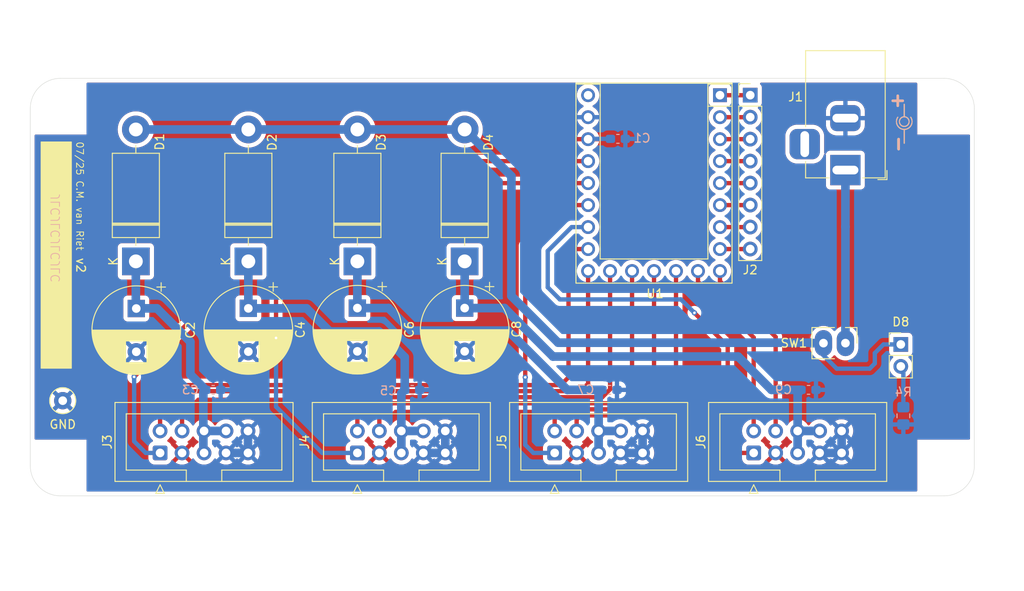
<source format=kicad_pcb>
(kicad_pcb (version 20240108) (generator "pcbnew") (generator_version "8.0")
  (layers (0 "F.Cu" signal) (31 "B.Cu" signal) (34 "B.Paste" user) (35 "F.Paste" user) (36 "B.SilkS" user "B.Silkscreen") (37 "F.SilkS" user "F.Silkscreen") (38 "B.Mask" user) (39 "F.Mask" user) (44 "Edge.Cuts" user))
  (net 0 "")
  (net 1 "GND")
  (net 2 "Net-(D1-K)")
  (net 3 "+12V")
  (net 4 "Net-(J2-Pin_1)")
  (net 5 "Net-(J2-Pin_3)")
  (net 6 "Net-(J2-Pin_2)")
  (net 7 "Net-(J2-Pin_4)")
  (net 8 "PUMP_CONTROL_A2")
  (net 9 "PUMP_CONTROL_A1")
  (net 10 "P_SENSOR_A")
  (net 11 "P_SENSOR_C")
  (net 12 "+3.3V")
  (net 13 "PUMP_CONTROL_D2")
  (net 14 "P_SENSOR_B")
  (net 15 "PUMP_CONTROL_B2")
  (net 16 "PUMP_CONTROL_C2")
  (net 17 "PUMP_CONTROL_C1")
  (net 18 "P_SENSOR_D")
  (net 19 "PUMP_CONTROL_B1")
  (net 20 "PUMP_CONTROL_D1")
  (net 21 "Net-(D2-K)")
  (net 22 "Net-(D3-K)")
  (net 23 "Net-(D4-K)")
  (net 24 "Net-(J2-Pin_7)")
  (net 25 "Net-(J2-Pin_5)")
  (net 26 "Net-(J2-Pin_6)")
  (net 27 "Net-(J2-Pin_8)")
  (net 28 "Net-(SW1-A)")
  (net 29 "unconnected-(U1-5V-Pad39)")
  (net 30 "Net-(D8-AK)")
  (footprint "MountingHole:MountingHole_3.2mm_M3_DIN965" (layer "F.Cu") (at 205.6 104.75 90)
    (property "Reference" "REF**" (hide yes))
    (property "Value" "MountingHole_3.2mm_M3_DIN965")
    (pad "" np_thru_hole circle (at 0 0 90) (size 3.2 3.2) (drill 3.2) (layers "*.Cu" "*.Mask"))
  )
  (footprint "Connector_IDC:IDC-Header_2x05_P2.54mm_Vertical" (layer "F.Cu") (at 183.6 144.54 90)
    (property "Reference" "J6" (at 1.27 -6.1 90) (layer "F.SilkS"))
    (property "Value" "Conn_01x10_Pin")
    (pad "1" thru_hole roundrect (at 0 0 90) (size 1.7 1.7) (drill 1) (layers "*.Cu" "*.Mask") (roundrect_rratio 0.1470588235) (net 18 "P_SENSOR_D"))
    (pad "2" thru_hole circle (at 2.54 0 90) (size 1.7 1.7) (drill 1) (layers "*.Cu" "*.Mask") (net 20 "PUMP_CONTROL_D1"))
    (pad "3" thru_hole circle (at 0 2.54 90) (size 1.7 1.7) (drill 1) (layers "*.Cu" "*.Mask") (net 12 "+3.3V"))
    (pad "4" thru_hole circle (at 2.54 2.54 90) (size 1.7 1.7) (drill 1) (layers "*.Cu" "*.Mask") (net 13 "PUMP_CONTROL_D2"))
    (pad "5" thru_hole circle (at 0 5.08 90) (size 1.7 1.7) (drill 1) (layers "*.Cu" "*.Mask") (net 23 "Net-(D4-K)"))
    (pad "6" thru_hole circle (at 2.54 5.08 90) (size 1.7 1.7) (drill 1) (layers "*.Cu" "*.Mask") (net 23 "Net-(D4-K)"))
    (pad "7" thru_hole circle (at 0 7.62 90) (size 1.7 1.7) (drill 1) (layers "*.Cu" "*.Mask") (net 1 "GND"))
    (pad "8" thru_hole circle (at 2.54 7.62 90) (size 1.7 1.7) (drill 1) (layers "*.Cu" "*.Mask") (net 23 "Net-(D4-K)"))
    (pad "9" thru_hole circle (at 0 10.16 90) (size 1.7 1.7) (drill 1) (layers "*.Cu" "*.Mask") (net 1 "GND"))
    (pad "10" thru_hole circle (at 2.54 10.16 90) (size 1.7 1.7) (drill 1) (layers "*.Cu" "*.Mask") (net 1 "GND"))
  )
  (footprint "TestPoint:TestPoint_Loop_D2.50mm_Drill1.0mm" (layer "F.Cu") (at 103.75 138.5)
    (property "Reference" "GND" (at 0 2.75 0) (layer "F.SilkS"))
    (property "Value" "GND")
    (pad "1" thru_hole circle (at 0 0) (size 2 2) (drill 1) (layers "*.Cu" "*.Mask") (net 1 "GND"))
  )
  (footprint "Connector_IDC:IDC-Header_2x05_P2.54mm_Vertical" (layer "F.Cu") (at 160.6 144.54 90)
    (property "Reference" "J5" (at 1.27 -6.1 90) (layer "F.SilkS"))
    (property "Value" "Conn_01x10_Pin")
    (pad "1" thru_hole roundrect (at 0 0 90) (size 1.7 1.7) (drill 1) (layers "*.Cu" "*.Mask") (roundrect_rratio 0.1470588235) (net 11 "P_SENSOR_C"))
    (pad "2" thru_hole circle (at 2.54 0 90) (size 1.7 1.7) (drill 1) (layers "*.Cu" "*.Mask") (net 17 "PUMP_CONTROL_C1"))
    (pad "3" thru_hole circle (at 0 2.54 90) (size 1.7 1.7) (drill 1) (layers "*.Cu" "*.Mask") (net 12 "+3.3V"))
    (pad "4" thru_hole circle (at 2.54 2.54 90) (size 1.7 1.7) (drill 1) (layers "*.Cu" "*.Mask") (net 16 "PUMP_CONTROL_C2"))
    (pad "5" thru_hole circle (at 0 5.08 90) (size 1.7 1.7) (drill 1) (layers "*.Cu" "*.Mask") (net 22 "Net-(D3-K)"))
    (pad "6" thru_hole circle (at 2.54 5.08 90) (size 1.7 1.7) (drill 1) (layers "*.Cu" "*.Mask") (net 22 "Net-(D3-K)"))
    (pad "7" thru_hole circle (at 0 7.62 90) (size 1.7 1.7) (drill 1) (layers "*.Cu" "*.Mask") (net 1 "GND"))
    (pad "8" thru_hole circle (at 2.54 7.62 90) (size 1.7 1.7) (drill 1) (layers "*.Cu" "*.Mask") (net 22 "Net-(D3-K)"))
    (pad "9" thru_hole circle (at 0 10.16 90) (size 1.7 1.7) (drill 1) (layers "*.Cu" "*.Mask") (net 1 "GND"))
    (pad "10" thru_hole circle (at 2.54 10.16 90) (size 1.7 1.7) (drill 1) (layers "*.Cu" "*.Mask") (net 1 "GND"))
  )
  (footprint "Capacitor_THT:CP_Radial_D10.0mm_P5.00mm" (layer "F.Cu") (at 137.8 127.8 -90)
    (property "Reference" "C6" (at 2.47 -6 90) (layer "F.SilkS"))
    (property "Value" "330uF")
    (pad "1" thru_hole rect (at 0 0 270) (size 2 2) (drill 1) (layers "*.Cu" "*.Mask") (net 22 "Net-(D3-K)"))
    (pad "2" thru_hole circle (at 5 0 270) (size 2 2) (drill 1) (layers "*.Cu" "*.Mask") (net 1 "GND"))
  )
  (footprint "Diode_THT:D_DO-201AD_P15.24mm_Horizontal" (layer "F.Cu") (at 112.2 122.4 90)
    (property "Reference" "D1" (at 13.8 2.75 90) (layer "F.SilkS"))
    (property "Value" "1N5822")
    (fp_text user "K" (at 0 -2.6 90) (layer "F.SilkS"))
    (pad "1" thru_hole rect (at 0 0 90) (size 3.2 3.2) (drill 1.6) (layers "*.Cu" "*.Mask") (net 2 "Net-(D1-K)"))
    (pad "2" thru_hole oval (at 15.24 0 90) (size 3.2 3.2) (drill 1.6) (layers "*.Cu" "*.Mask") (net 3 "+12V"))
  )
  (footprint "Connector_IDC:IDC-Header_2x05_P2.54mm_Vertical" (layer "F.Cu") (at 115 144.54 90)
    (property "Reference" "J3" (at 1.27 -6.1 90) (layer "F.SilkS"))
    (property "Value" "Conn_01x10_Pin")
    (pad "1" thru_hole roundrect (at 0 0 90) (size 1.7 1.7) (drill 1) (layers "*.Cu" "*.Mask") (roundrect_rratio 0.1470588235) (net 10 "P_SENSOR_A"))
    (pad "2" thru_hole circle (at 2.54 0 90) (size 1.7 1.7) (drill 1) (layers "*.Cu" "*.Mask") (net 9 "PUMP_CONTROL_A1"))
    (pad "3" thru_hole circle (at 0 2.54 90) (size 1.7 1.7) (drill 1) (layers "*.Cu" "*.Mask") (net 12 "+3.3V"))
    (pad "4" thru_hole circle (at 2.54 2.54 90) (size 1.7 1.7) (drill 1) (layers "*.Cu" "*.Mask") (net 8 "PUMP_CONTROL_A2"))
    (pad "5" thru_hole circle (at 0 5.08 90) (size 1.7 1.7) (drill 1) (layers "*.Cu" "*.Mask") (net 2 "Net-(D1-K)"))
    (pad "6" thru_hole circle (at 2.54 5.08 90) (size 1.7 1.7) (drill 1) (layers "*.Cu" "*.Mask") (net 2 "Net-(D1-K)"))
    (pad "7" thru_hole circle (at 0 7.62 90) (size 1.7 1.7) (drill 1) (layers "*.Cu" "*.Mask") (net 1 "GND"))
    (pad "8" thru_hole circle (at 2.54 7.62 90) (size 1.7 1.7) (drill 1) (layers "*.Cu" "*.Mask") (net 2 "Net-(D1-K)"))
    (pad "9" thru_hole circle (at 0 10.16 90) (size 1.7 1.7) (drill 1) (layers "*.Cu" "*.Mask") (net 1 "GND"))
    (pad "10" thru_hole circle (at 2.54 10.16 90) (size 1.7 1.7) (drill 1) (layers "*.Cu" "*.Mask") (net 1 "GND"))
  )
  (footprint "Capacitor_THT:CP_Radial_D10.0mm_P5.00mm" (layer "F.Cu") (at 150.2 127.8 -90)
    (property "Reference" "C8" (at 2.437677 -6 90) (layer "F.SilkS"))
    (property "Value" "330uF")
    (pad "1" thru_hole rect (at 0 0 270) (size 2 2) (drill 1) (layers "*.Cu" "*.Mask") (net 23 "Net-(D4-K)"))
    (pad "2" thru_hole circle (at 5 0 270) (size 2 2) (drill 1) (layers "*.Cu" "*.Mask") (net 1 "GND"))
  )
  (footprint "Connector_PinHeader_2.54mm:PinHeader_1x08_P2.54mm_Vertical" (layer "F.Cu") (at 183.2 103.195)
    (property "Reference" "J2" (at -0.0032 20.1918 0) (layer "F.SilkS"))
    (property "Value" "Conn_01x08_Socket")
    (pad "1" thru_hole rect (at 0 0) (size 1.7 1.7) (drill 1) (layers "*.Cu" "*.Mask") (net 4 "Net-(J2-Pin_1)"))
    (pad "2" thru_hole oval (at 0 2.54) (size 1.7 1.7) (drill 1) (layers "*.Cu" "*.Mask") (net 6 "Net-(J2-Pin_2)"))
    (pad "3" thru_hole oval (at 0 5.08) (size 1.7 1.7) (drill 1) (layers "*.Cu" "*.Mask") (net 5 "Net-(J2-Pin_3)"))
    (pad "4" thru_hole oval (at 0 7.62) (size 1.7 1.7) (drill 1) (layers "*.Cu" "*.Mask") (net 7 "Net-(J2-Pin_4)"))
    (pad "5" thru_hole oval (at 0 10.16) (size 1.7 1.7) (drill 1) (layers "*.Cu" "*.Mask") (net 25 "Net-(J2-Pin_5)"))
    (pad "6" thru_hole oval (at 0 12.7) (size 1.7 1.7) (drill 1) (layers "*.Cu" "*.Mask") (net 26 "Net-(J2-Pin_6)"))
    (pad "7" thru_hole oval (at 0 15.24) (size 1.7 1.7) (drill 1) (layers "*.Cu" "*.Mask") (net 24 "Net-(J2-Pin_7)"))
    (pad "8" thru_hole oval (at 0 17.78) (size 1.7 1.7) (drill 1) (layers "*.Cu" "*.Mask") (net 27 "Net-(J2-Pin_8)"))
  )
  (footprint "MountingHole:MountingHole_3.2mm_M3_DIN965" (layer "F.Cu") (at 205.6 146 90)
    (property "Reference" "REF**" (hide yes))
    (property "Value" "MountingHole_3.2mm_M3_DIN965")
    (pad "" np_thru_hole circle (at 0 0 90) (size 3.2 3.2) (drill 3.2) (layers "*.Cu" "*.Mask"))
  )
  (footprint "Connector_IDC:IDC-Header_2x05_P2.54mm_Vertical" (layer "F.Cu") (at 137.8 144.54 90)
    (property "Reference" "J4" (at 1.27 -6.1 90) (layer "F.SilkS"))
    (property "Value" "Conn_01x10_Pin")
    (pad "1" thru_hole roundrect (at 0 0 90) (size 1.7 1.7) (drill 1) (layers "*.Cu" "*.Mask") (roundrect_rratio 0.1470588235) (net 14 "P_SENSOR_B"))
    (pad "2" thru_hole circle (at 2.54 0 90) (size 1.7 1.7) (drill 1) (layers "*.Cu" "*.Mask") (net 19 "PUMP_CONTROL_B1"))
    (pad "3" thru_hole circle (at 0 2.54 90) (size 1.7 1.7) (drill 1) (layers "*.Cu" "*.Mask") (net 12 "+3.3V"))
    (pad "4" thru_hole circle (at 2.54 2.54 90) (size 1.7 1.7) (drill 1) (layers "*.Cu" "*.Mask") (net 15 "PUMP_CONTROL_B2"))
    (pad "5" thru_hole circle (at 0 5.08 90) (size 1.7 1.7) (drill 1) (layers "*.Cu" "*.Mask") (net 21 "Net-(D2-K)"))
    (pad "6" thru_hole circle (at 2.54 5.08 90) (size 1.7 1.7) (drill 1) (layers "*.Cu" "*.Mask") (net 21 "Net-(D2-K)"))
    (pad "7" thru_hole circle (at 0 7.62 90) (size 1.7 1.7) (drill 1) (layers "*.Cu" "*.Mask") (net 1 "GND"))
    (pad "8" thru_hole circle (at 2.54 7.62 90) (size 1.7 1.7) (drill 1) (layers "*.Cu" "*.Mask") (net 21 "Net-(D2-K)"))
    (pad "9" thru_hole circle (at 0 10.16 90) (size 1.7 1.7) (drill 1) (layers "*.Cu" "*.Mask") (net 1 "GND"))
    (pad "10" thru_hole circle (at 2.54 10.16 90) (size 1.7 1.7) (drill 1) (layers "*.Cu" "*.Mask") (net 1 "GND"))
  )
  (footprint "Diode_THT:D_DO-201AD_P15.24mm_Horizontal" (layer "F.Cu") (at 150.2 122.4 90)
    (property "Reference" "D4" (at 13.75 2.75 90) (layer "F.SilkS"))
    (property "Value" "1N5822")
    (fp_text user "K" (at 0 -2.6 90) (layer "F.SilkS"))
    (pad "1" thru_hole rect (at 0 0 90) (size 3.2 3.2) (drill 1.6) (layers "*.Cu" "*.Mask") (net 23 "Net-(D4-K)"))
    (pad "2" thru_hole oval (at 15.24 0 90) (size 3.2 3.2) (drill 1.6) (layers "*.Cu" "*.Mask") (net 3 "+12V"))
  )
  (footprint "MountingHole:MountingHole_3.2mm_M3_DIN965" (layer "F.Cu") (at 103.5 146 90)
    (property "Reference" "REF**" (hide yes))
    (property "Value" "MountingHole_3.2mm_M3_DIN965")
    (pad "" np_thru_hole circle (at 0 0 90) (size 3.2 3.2) (drill 3.2) (layers "*.Cu" "*.Mask"))
  )
  (footprint "Diode_THT:D_DO-201AD_P15.24mm_Horizontal" (layer "F.Cu") (at 137.8 122.4 90)
    (property "Reference" "D3" (at 13.75 2.75 90) (layer "F.SilkS"))
    (property "Value" "1N5822")
    (fp_text user "K" (at 0 -2.6 90) (layer "F.SilkS"))
    (pad "1" thru_hole rect (at 0 0 90) (size 3.2 3.2) (drill 1.6) (layers "*.Cu" "*.Mask") (net 22 "Net-(D3-K)"))
    (pad "2" thru_hole oval (at 15.24 0 90) (size 3.2 3.2) (drill 1.6) (layers "*.Cu" "*.Mask") (net 3 "+12V"))
  )
  (footprint "Library:Waveshare_RP2040_Zero" (layer "F.Cu") (at 172.0832 123.52)
    (property "Reference" "U1" (at 0.1168 2.6168 0) (layer "F.SilkS"))
    (property "Value" "Waveshare-RP2040-Zero")
    (pad "1" thru_hole rect (at 7.62 -20.32) (size 1.6 1.6) (drill 1) (layers "*.Cu" "*.Mask") (net 4 "Net-(J2-Pin_1)"))
    (pad "2" thru_hole oval (at 7.62 -17.78) (size 1.6 1.6) (drill 1) (layers "*.Cu" "*.Mask") (net 6 "Net-(J2-Pin_2)"))
    (pad "4" thru_hole oval (at 7.62 -15.24) (size 1.6 1.6) (drill 1) (layers "*.Cu" "*.Mask") (net 5 "Net-(J2-Pin_3)"))
    (pad "5" thru_hole oval (at 7.62 -12.7) (size 1.6 1.6) (drill 1) (layers "*.Cu" "*.Mask") (net 7 "Net-(J2-Pin_4)"))
    (pad "6" thru_hole oval (at 7.62 -10.16) (size 1.6 1.6) (drill 1) (layers "*.Cu" "*.Mask") (net 25 "Net-(J2-Pin_5)"))
    (pad "7" thru_hole oval (at 7.62 -7.62) (size 1.6 1.6) (drill 1) (layers "*.Cu" "*.Mask") (net 26 "Net-(J2-Pin_6)"))
    (pad "9" thru_hole oval (at 7.62 -5.08) (size 1.6 1.6) (drill 1) (layers "*.Cu" "*.Mask") (net 24 "Net-(J2-Pin_7)"))
    (pad "10" thru_hole oval (at 7.62 -2.54) (size 1.6 1.6) (drill 1) (layers "*.Cu" "*.Mask") (net 27 "Net-(J2-Pin_8)"))
    (pad "11" thru_hole oval (at 7.62 0) (size 1.6 1.6) (drill 1) (layers "*.Cu" "*.Mask") (net 13 "PUMP_CONTROL_D2"))
    (pad "12" thru_hole oval (at 5.08 0 90) (size 1.6 1.6) (drill 1) (layers "*.Cu" "*.Mask") (net 20 "PUMP_CONTROL_D1"))
    (pad "14" thru_hole oval (at 2.54 0 90) (size 1.6 1.6) (drill 1) (layers "*.Cu" "*.Mask") (net 16 "PUMP_CONTROL_C2"))
    (pad "15" thru_hole oval (at 0 0 90) (size 1.6 1.6) (drill 1) (layers "*.Cu" "*.Mask") (net 17 "PUMP_CONTROL_C1"))
    (pad "16" thru_hole oval (at -2.54 0 90) (size 1.6 1.6) (drill 1) (layers "*.Cu" "*.Mask") (net 15 "PUMP_CONTROL_B2"))
    (pad "17" thru_hole oval (at -5.08 0 90) (size 1.6 1.6) (drill 1) (layers "*.Cu" "*.Mask") (net 19 "PUMP_CONTROL_B1"))
    (pad "19" thru_hole oval (at -7.62 0) (size 1.6 1.6) (drill 1) (layers "*.Cu" "*.Mask") (net 8 "PUMP_CONTROL_A2"))
    (pad "20" thru_hole oval (at -7.62 -2.54) (size 1.6 1.6) (drill 1) (layers "*.Cu" "*.Mask") (net 9 "PUMP_CONTROL_A1"))
    (pad "31" thru_hole oval (at -7.62 -5.08) (size 1.6 1.6) (drill 1) (layers "*.Cu" "*.Mask") (net 18 "P_SENSOR_D"))
    (pad "32" thru_hole oval (at -7.62 -7.62) (size 1.6 1.6) (drill 1) (layers "*.Cu" "*.Mask") (net 11 "P_SENSOR_C"))
    (pad "34" thru_hole oval (at -7.62 -10.16) (size 1.6 1.6) (drill 1) (layers "*.Cu" "*.Mask") (net 14 "P_SENSOR_B"))
    (pad "35" thru_hole oval (at -7.62 -12.7) (size 1.6 1.6) (drill 1) (layers "*.Cu" "*.Mask") (net 10 "P_SENSOR_A"))
    (pad "37" thru_hole oval (at -7.62 -15.24) (size 1.6 1.6) (drill 1) (layers "*.Cu" "*.Mask") (net 12 "+3.3V"))
    (pad "38" thru_hole oval (at -7.62 -17.78) (size 1.6 1.6) (drill 1) (layers "*.Cu" "*.Mask") (net 1 "GND"))
    (pad "39" thru_hole oval (at -7.62 -20.32) (size 1.6 1.6) (drill 1) (layers "*.Cu" "*.Mask") (net 29 "unconnected-(U1-5V-Pad39)"))
  )
  (footprint "Connector_PinHeader_2.54mm:PinHeader_1x02_P2.54mm_Vertical" (layer "F.Cu") (at 200.6 132)
    (property "Reference" "D8" (at 0 -2.6 180) (layer "F.SilkS"))
    (property "Value" "red_green")
    (pad "1" thru_hole rect (at 0 0) (size 1.7 1.7) (drill 1) (layers "*.Cu" "*.Mask") (net 3 "+12V"))
    (pad "2" thru_hole oval (at 0 2.54) (size 1.7 1.7) (drill 1) (layers "*.Cu" "*.Mask") (net 30 "Net-(D8-AK)"))
  )
  (footprint "Connector_BarrelJack:BarrelJack_Horizontal" (layer "F.Cu") (at 194.2 111.85 -90)
    (property "Reference" "J1" (at -8.45 5.75 180) (layer "F.SilkS"))
    (property "Value" "Barrel_Jack")
    (pad "1" thru_hole rect (at 0 0 270) (size 3.5 3.5) (drill oval 1 3) (layers "*.Cu" "*.Mask") (net 28 "Net-(SW1-A)"))
    (pad "2" thru_hole roundrect (at -6 0 270) (size 3 3.5) (drill oval 1 3) (layers "*.Cu" "*.Mask") (net 1 "GND"))
    (pad "3" thru_hole roundrect (at -3 4.7 270) (size 3.5 3.5) (drill oval 3 1) (layers "*.Cu" "*.Mask"))
  )
  (footprint "Diode_THT:D_DO-201AD_P15.24mm_Horizontal" (layer "F.Cu") (at 125.2 122.4 90)
    (property "Reference" "D2" (at 13.75 2.75 90) (layer "F.SilkS"))
    (property "Value" "1N5822")
    (fp_text user "K" (at 0 -2.6 90) (layer "F.SilkS"))
    (pad "1" thru_hole rect (at 0 0 90) (size 3.2 3.2) (drill 1.6) (layers "*.Cu" "*.Mask") (net 21 "Net-(D2-K)"))
    (pad "2" thru_hole oval (at 15.24 0 90) (size 3.2 3.2) (drill 1.6) (layers "*.Cu" "*.Mask") (net 3 "+12V"))
  )
  (footprint "Capacitor_THT:CP_Radial_D10.0mm_P5.00mm" (layer "F.Cu") (at 112.25 127.85 -90)
    (property "Reference" "C2" (at 2.5 -6.25 90) (layer "F.SilkS"))
    (property "Value" "330uF")
    (pad "1" thru_hole rect (at 0 0 270) (size 2 2) (drill 1) (layers "*.Cu" "*.Mask") (net 2 "Net-(D1-K)"))
    (pad "2" thru_hole circle (at 5 0 270) (size 2 2) (drill 1) (layers "*.Cu" "*.Mask") (net 1 "GND"))
  )
  (footprint "MountingHole:MountingHole_3.2mm_M3_DIN965" (layer "F.Cu") (at 103.5 104.75 90)
    (property "Reference" "REF**" (hide yes))
    (property "Value" "MountingHole_3.2mm_M3_DIN965")
    (pad "" np_thru_hole circle (at 0 0 90) (size 3.2 3.2) (drill 3.2) (layers "*.Cu" "*.Mask"))
  )
  (footprint "Capacitor_THT:CP_Radial_D10.0mm_P5.00mm" (layer "F.Cu") (at 125.2 127.832323 -90)
    (property "Reference" "C4" (at 2.47 -6 90) (layer "F.SilkS"))
    (property "Value" "330uF")
    (pad "1" thru_hole rect (at 0 0 270) (size 2 2) (drill 1) (layers "*.Cu" "*.Mask") (net 21 "Net-(D2-K)"))
    (pad "2" thru_hole circle (at 5 0 270) (size 2 2) (drill 1) (layers "*.Cu" "*.Mask") (net 1 "GND"))
  )
  (footprint "Connector_PinHeader_2.54mm:PinHeader_1x02_P2.54mm_Vertical" (layer "F.Cu") (at 194.2032 131.85 -90)
    (property "Reference" "SW1" (at 0 5.9532 180) (layer "F.SilkS"))
    (property "Value" "SW_SPST")
    (pad "1" thru_hole oval (at 0 0 270) (size 3 2) (drill 1) (layers "*.Cu" "*.Mask") (net 28 "Net-(SW1-A)"))
    (pad "2" thru_hole oval (at 0 2.54 270) (size 3 2) (drill 1) (layers "*.Cu" "*.Mask") (net 3 "+12V"))
  )
  (footprint "Resistor_SMD:R_0805_2012Metric_Pad1.20x1.40mm_HandSolder" (layer "B.Cu") (at 200.89706 140.25 90)
    (property "Reference" "R4" (at 2.75 0 0) (layer "B.SilkS") (effects (justify mirror)))
    (property "Value" "1k2")
    (pad "1" smd roundrect (at -1 0 90) (size 1.2 1.4) (layers "B.Cu" "B.Paste" "B.Mask") (roundrect_rratio 0.2083333333) (net 1 "GND"))
    (pad "2" smd roundrect (at 1 0 90) (size 1.2 1.4) (layers "B.Cu" "B.Paste" "B.Mask") (roundrect_rratio 0.2083333333) (net 30 "Net-(D8-AK)"))
  )
  (footprint "Capacitor_SMD:C_0603_1608Metric_Pad1.08x0.95mm_HandSolder" (layer "B.Cu") (at 121.1375 137.25)
    (property "Reference" "C3" (at -2.6375 0 0) (layer "B.SilkS") (effects (justify mirror)))
    (property "Value" "100nF")
    (pad "1" smd roundrect (at -0.8625 0) (size 1.075 0.95) (layers "B.Cu" "B.Paste" "B.Mask") (net 2 "Net-(D1-K)"))
    (pad "2" smd roundrect (at 0.8625 0) (size 1.075 0.95) (layers "B.Cu" "B.Paste" "B.Mask") (net 1 "GND"))
  )
  (footprint "Capacitor_SMD:C_0603_1608Metric_Pad1.08x0.95mm_HandSolder" (layer "B.Cu") (at 166.9375 137.25)
    (property "Reference" "C7" (at -2.7375 -0.025 180) (layer "B.SilkS") (effects (justify mirror)))
    (property "Value" "100nF")
    (pad "1" smd roundrect (at -0.8625 0) (size 1.075 0.95) (layers "B.Cu" "B.Paste" "B.Mask") (net 22 "Net-(D3-K)"))
    (pad "2" smd roundrect (at 0.8625 0) (size 1.075 0.95) (layers "B.Cu" "B.Paste" "B.Mask") (net 1 "GND"))
  )
  (footprint "Capacitor_SMD:C_0603_1608Metric_Pad1.08x0.95mm_HandSolder" (layer "B.Cu") (at 144.1375 137.25)
    (property "Reference" "C5" (at -2.7625 0.1 180) (layer "B.SilkS") (effects (justify mirror)))
    (property "Value" "100nF")
    (pad "1" smd roundrect (at -0.8625 0) (size 1.075 0.95) (layers "B.Cu" "B.Paste" "B.Mask") (net 21 "Net-(D2-K)"))
    (pad "2" smd roundrect (at 0.8625 0) (size 1.075 0.95) (layers "B.Cu" "B.Paste" "B.Mask") (net 1 "GND"))
  )
  (footprint "Capacitor_SMD:C_0603_1608Metric_Pad1.08x0.95mm_HandSolder" (layer "B.Cu") (at 189.9375 137.25)
    (property "Reference" "C9" (at -2.8875 -0.025 180) (layer "B.SilkS") (effects (justify mirror)))
    (property "Value" "100nF")
    (pad "1" smd roundrect (at -0.8625 0) (size 1.075 0.95) (layers "B.Cu" "B.Paste" "B.Mask") (net 23 "Net-(D4-K)"))
    (pad "2" smd roundrect (at 0.8625 0) (size 1.075 0.95) (layers "B.Cu" "B.Paste" "B.Mask") (net 1 "GND"))
  )
  (footprint "Capacitor_SMD:C_0603_1608Metric_Pad1.08x0.95mm_HandSolder" (layer "B.Cu") (at 167.9083 108.245)
    (property "Reference" "C1" (at 2.7949 -0.0832 0) (layer "B.SilkS") (effects (justify mirror)))
    (property "Value" "100nF")
    (pad "1" smd roundrect (at -0.8625 0) (size 1.075 0.95) (layers "B.Cu" "B.Paste" "B.Mask") (net 12 "+3.3V"))
    (pad "2" smd roundrect (at 0.8625 0) (size 1.075 0.95) (layers "B.Cu" "B.Paste" "B.Mask") (net 1 "GND"))
  )
  (gr_circle (center 201.000001 106.249999) (end 201.500001 105.999999) (stroke (width 0.12)) (fill none) (layer "B.SilkS"))
  (gr_arc (start 201.75 105.75) (mid 201.000001 107.151385) (end 200.250002 105.75) (stroke (width 0.12)) (layer "B.SilkS"))
  (gr_line (start 201.000001 107.149999) (end 201.000001 108.749999) (stroke (width 0.12)) (layer "B.SilkS"))
  (gr_line (start 201.000001 105.690983) (end 201.000001 104.249999) (stroke (width 0.12)) (layer "B.SilkS"))
  (gr_rect (start 101.25 108.6) (end 104.75 134.75) (stroke (width 0.1)) (fill solid) (layer "F.SilkS"))
  (gr_line (start 201.000001 105.690983) (end 201.000001 104.249999) (stroke (width 0.12)) (layer "F.SilkS"))
  (gr_circle (center 201.000001 106.249999) (end 200.500001 105.999999) (stroke (width 0.12)) (fill none) (layer "F.SilkS"))
  (gr_arc (start 201.75 105.75) (mid 201.000001 107.151385) (end 200.250002 105.75) (stroke (width 0.12)) (layer "F.SilkS"))
  (gr_line (start 201.000001 107.149999) (end 201.000001 108.749999) (stroke (width 0.12)) (layer "F.SilkS"))
  (gr_line (start 100 146) (end 100 104.75) (stroke (width 0.05)) (layer "Edge.Cuts"))
  (gr_line (start 209.1 104.75) (end 209.1 146) (stroke (width 0.05)) (layer "Edge.Cuts"))
  (gr_arc (start 209.1 146) (mid 208.074874 148.474874) (end 205.6 149.5) (stroke (width 0.05)) (layer "Edge.Cuts"))
  (gr_line (start 103.5 101.25) (end 205.6 101.25) (stroke (width 0.05)) (layer "Edge.Cuts"))
  (gr_arc (start 103.5 149.5) (mid 101.025126 148.474874) (end 100 146) (stroke (width 0.05)) (layer "Edge.Cuts"))
  (gr_arc (start 205.6 101.25) (mid 208.074874 102.275126) (end 209.1 104.75) (stroke (width 0.05)) (layer "Edge.Cuts"))
  (gr_line (start 205.6 149.5) (end 103.5 149.5) (stroke (width 0.05)) (layer "Edge.Cuts"))
  (gr_arc (start 100 104.75) (mid 101.025126 102.275126) (end 103.5 101.25) (stroke (width 0.05)) (layer "Edge.Cuts"))
  (gr_text "JLCJLCJLCJLC" (at 103.5 114.5 90) (layer "B.SilkS") (effects (font (size 1 1) (thickness 0.1)) (justify left bottom mirror)))
  (gr_text "-" (at 200.25 108.85 90) (layer "B.SilkS") (effects (font (size 1.5 1.5) (thickness 0.3)) (justify mirror)))
  (gr_text "+" (at 200.25 103.95 -180) (layer "B.SilkS") (effects (font (size 1.5 1.5) (thickness 0.3)) (justify mirror)))
  (gr_text "v2" (at 105.25 121.9 -90) (layer "F.SilkS") (effects (font (size 1 1)) (justify left bottom)))
  (gr_text "07/25 C.M. van Riet" (at 105.25 108.5 -90) (layer "F.SilkS") (effects (font (size 0.8 0.8) (thickness 0.1)) (justify left bottom)))
  (gr_text "+" (at 200.250001 103.949999 180) (layer "F.SilkS") (effects (font (size 1.5 1.5) (thickness 0.3))))
  (gr_text "-" (at 200.450001 108.849999 -90) (layer "F.SilkS") (effects (font (size 1.5 1.5) (thickness 0.3))))
  (segment (start 193.76 144.54) (end 193.76 142) (width 1) (layer "B.Cu") (net 1))
  (segment (start 125.16 144.54) (end 125.16 142) (width 1) (layer "B.Cu") (net 1))
  (segment (start 170.76 144.54) (end 170.76 142) (width 1) (layer "B.Cu") (net 1))
  (segment (start 191.22 144.54) (end 193.76 144.54) (width 1) (layer "B.Cu") (net 1))
  (segment (start 122.62 144.54) (end 125.16 144.54) (width 1) (layer "B.Cu") (net 1))
  (segment (start 168.22 144.54) (end 170.76 144.54) (width 1) (layer "B.Cu") (net 1))
  (segment (start 147.96 142) (end 147.96 144.54) (width 1) (layer "B.Cu") (net 1))
  (segment (start 147.96 144.54) (end 145.42 144.54) (width 1) (layer "B.Cu") (net 1))
  (segment (start 112.2 127.832323) (end 114.632323 127.832323) (width 1) (layer "B.Cu") (net 2))
  (segment (start 120 142) (end 120 137.525) (width 1) (layer "B.Cu") (net 2))
  (segment (start 120 142) (end 122.54 142) (width 1) (layer "B.Cu") (net 2))
  (segment (start 120 137.525) (end 120.275 137.25) (width 1) (layer "B.Cu") (net 2))
  (segment (start 120.275 137.25) (end 118.5 135.475) (width 1) (layer "B.Cu") (net 2))
  (segment (start 120 142) (end 120 144.54) (width 1) (layer "B.Cu") (net 2))
  (segment (start 112.2 122.4) (end 112.2 127.832323) (width 1) (layer "B.Cu") (net 2))
  (segment (start 114.632323 127.832323) (end 118.5 131.7) (width 1) (layer "B.Cu") (net 2))
  (segment (start 118.5 131.7) (end 118.5 135.475) (width 1) (layer "B.Cu") (net 2))
  (segment (start 200.6 132) (end 198.6 132) (width 0.5) (layer "B.Cu") (net 3))
  (segment (start 191.6632 133.2632) (end 191.6632 131.85) (width 0.5) (layer "B.Cu") (net 3))
  (segment (start 155.6 126.4) (end 161 131.8) (width 1) (layer "B.Cu") (net 3))
  (segment (start 150.2 107.16) (end 155.6 112.56) (width 1) (layer "B.Cu") (net 3))
  (segment (start 197 134.8) (end 193.2 134.8) (width 0.5) (layer "B.Cu") (net 3))
  (segment (start 190.25 131.85) (end 191.6632 131.85) (width 1) (layer "B.Cu") (net 3))
  (segment (start 137.8 107.16) (end 150.2 107.16) (width 1) (layer "B.Cu") (net 3))
  (segment (start 161 131.8) (end 190.2 131.8) (width 1) (layer "B.Cu") (net 3))
  (segment (start 193.2 134.8) (end 191.6632 133.2632) (width 0.5) (layer "B.Cu") (net 3))
  (segment (start 197.6 134.2) (end 197 134.8) (width 0.5) (layer "B.Cu") (net 3))
  (segment (start 190.2 131.8) (end 190.25 131.85) (width 1) (layer "B.Cu") (net 3))
  (segment (start 198.6 132) (end 197.6 133) (width 0.5) (layer "B.Cu") (net 3))
  (segment (start 155.6 112.56) (end 155.6 126.4) (width 1) (layer "B.Cu") (net 3))
  (segment (start 125.2 107.16) (end 137.8 107.16) (width 1) (layer "B.Cu") (net 3))
  (segment (start 112.2 107.16) (end 125.2 107.16) (width 1) (layer "B.Cu") (net 3))
  (segment (start 197.6 133) (end 197.6 134.2) (width 0.5) (layer "B.Cu") (net 3))
  (segment (start 179.7032 103.2) (end 183.195 103.2) (width 0.5) (layer "F.Cu") (net 4))
  (segment (start 183.195 103.2) (end 183.2 103.195) (width 0.5) (layer "F.Cu") (net 4))
  (segment (start 179.7032 108.28) (end 183.195 108.28) (width 0.5) (layer "F.Cu") (net 5))
  (segment (start 183.195 108.28) (end 183.2 108.275) (width 0.5) (layer "F.Cu") (net 5))
  (segment (start 179.7032 105.74) (end 183.195 105.74) (width 0.5) (layer "F.Cu") (net 6))
  (segment (start 183.195 105.74) (end 183.2 105.735) (width 0.5) (layer "F.Cu") (net 6))
  (segment (start 179.7032 110.82) (end 183.195 110.82) (width 0.5) (layer "F.Cu") (net 7))
  (segment (start 183.195 110.82) (end 183.2 110.815) (width 0.5) (layer "F.Cu") (net 7))
  (segment (start 164.4632 136.5368) (end 164.4632 123.52) (width 0.5) (layer "F.Cu") (net 8))
  (segment (start 163.6 137.4) (end 164.4632 136.5368) (width 0.5) (layer "F.Cu") (net 8))
  (segment (start 117.54 138.86) (end 119 137.4) (width 0.5) (layer "F.Cu") (net 8))
  (segment (start 117.54 142) (end 117.54 138.86) (width 0.5) (layer "F.Cu") (net 8))
  (segment (start 119 137.4) (end 163.6 137.4) (width 0.5) (layer "F.Cu") (net 8))
  (segment (start 164.4632 120.98) (end 162.82 120.98) (width 0.5) (layer "F.Cu") (net 9))
  (segment (start 116.3 136.7) (end 115 138) (width 0.5) (layer "F.Cu") (net 9))
  (segment (start 115 138) (end 115 142) (width 0.5) (layer "F.Cu") (net 9))
  (segment (start 162.82 120.98) (end 162.2 121.6) (width 0.5) (layer "F.Cu") (net 9))
  (segment (start 162.2 135.8) (end 161.3 136.7) (width 0.5) (layer "F.Cu") (net 9))
  (segment (start 161.3 136.7) (end 116.3 136.7) (width 0.5) (layer "F.Cu") (net 9))
  (segment (start 162.2 135.8) (end 162.2 121.6) (width 0.5) (layer "F.Cu") (net 9))
  (segment (start 112 135.75) (end 118.8 128.95) (width 0.5) (layer "F.Cu") (net 10))
  (segment (start 125.78 110.82) (end 164.4632 110.82) (width 0.5) (layer "F.Cu") (net 10))
  (segment (start 118.8 117.8) (end 118.8 128.5) (width 0.5) (layer "F.Cu") (net 10))
  (segment (start 118.8 117.8) (end 125.78 110.82) (width 0.5) (layer "F.Cu") (net 10))
  (segment (start 118.8 128.95) (end 118.8 128.5) (width 0.5) (layer "F.Cu") (net 10))
  (via (at 112 135.75) (size 0.6) (drill 0.3) (layers "F.Cu" "B.Cu") (net 10))
  (segment (start 112 137.8) (end 112 143.2) (width 0.5) (layer "B.Cu") (net 10))
  (segment (start 113.34 144.54) (end 115 144.54) (width 0.5) (layer "B.Cu") (net 10))
  (segment (start 112 143.2) (end 113.34 144.54) (width 0.5) (layer "B.Cu") (net 10))
  (segment (start 112 137.8) (end 112 135.75) (width 0.5) (layer "B.Cu") (net 10))
  (segment (start 161.9 115.9) (end 164.4632 115.9) (width 0.5) (layer "F.Cu") (net 11))
  (segment (start 157.2 135.8) (end 157.2 120.6) (width 0.5) (layer "F.Cu") (net 11))
  (segment (start 157.2 120.6) (end 161.9 115.9) (width 0.5) (layer "F.Cu") (net 11))
  (via (at 157.2 135.8) (size 0.6) (drill 0.3) (layers "F.Cu" "B.Cu") (net 11))
  (segment (start 157.2 143.6) (end 158.14 144.54) (width 0.5) (layer "B.Cu") (net 11))
  (segment (start 158.14 144.54) (end 160.6 144.54) (width 0.5) (layer "B.Cu") (net 11))
  (segment (start 157.2 135.8) (end 157.2 143.6) (width 0.5) (layer "B.Cu") (net 11))
  (segment (start 164.4982 108.245) (end 164.4632 108.28) (width 0.5) (layer "B.Cu") (net 12))
  (segment (start 167.0458 108.245) (end 164.4982 108.245) (width 0.5) (layer "B.Cu") (net 12))
  (segment (start 186.14 131.14) (end 179.7032 124.7032) (width 0.5) (layer "F.Cu") (net 13))
  (segment (start 179.7032 124.7032) (end 179.7032 123.52) (width 0.5) (layer "F.Cu") (net 13))
  (segment (start 186.14 131.14) (end 186.14 142) (width 0.5) (layer "F.Cu") (net 13))
  (segment (start 137.64 113.36) (end 164.4632 113.36) (width 0.5) (layer "F.Cu") (net 14))
  (segment (start 128.4 122.6) (end 137.64 113.36) (width 0.5) (layer "F.Cu") (net 14))
  (segment (start 128.4 131.25) (end 128.4 122.6) (width 0.5) (layer "F.Cu") (net 14))
  (via (at 128.4 131.25) (size 0.6) (drill 0.3) (layers "F.Cu" "B.Cu") (net 14))
  (segment (start 128.4 131.25) (end 128.4 139.2) (width 0.5) (layer "B.Cu") (net 14))
  (segment (start 133.74 144.54) (end 137.8 144.54) (width 0.5) (layer "B.Cu") (net 14))
  (segment (start 128.4 139.2) (end 133.74 144.54) (width 0.5) (layer "B.Cu") (net 14))
  (segment (start 141.8 138.8) (end 168.4 138.8) (width 0.5) (layer "F.Cu") (net 15))
  (segment (start 168.4 138.8) (end 169.5432 137.6568) (width 0.5) (layer "F.Cu") (net 15))
  (segment (start 140.34 140.26) (end 141.8 138.8) (width 0.5) (layer "F.Cu") (net 15))
  (segment (start 140.34 142) (end 140.34 140.26) (width 0.5) (layer "F.Cu") (net 15))
  (segment (start 169.5432 137.6568) (end 169.5432 123.52) (width 0.5) (layer "F.Cu") (net 15))
  (segment (start 174.6232 123.52) (end 174.6232 138.7768) (width 0.5) (layer "F.Cu") (net 16))
  (segment (start 173.2 140.2) (end 174.6232 138.7768) (width 0.5) (layer "F.Cu") (net 16))
  (segment (start 163.14 142) (end 163.14 140.66) (width 0.5) (layer "F.Cu") (net 16))
  (segment (start 163.14 140.66) (end 163.6 140.2) (width 0.5) (layer "F.Cu") (net 16))
  (segment (start 163.6 140.2) (end 173.2 140.2) (width 0.5) (layer "F.Cu") (net 16))
  (segment (start 161.7 139.5) (end 170.3 139.5) (width 0.5) (layer "F.Cu") (net 17))
  (segment (start 160.6 140.6) (end 161.7 139.5) (width 0.5) (layer "F.Cu") (net 17))
  (segment (start 160.6 142) (end 160.6 140.6) (width 0.5) (layer "F.Cu") (net 17))
  (segment (start 172.0832 123.52) (end 172.0832 137.7168) (width 0.5) (layer "F.Cu") (net 17))
  (segment (start 170.3 139.5) (end 172.0832 137.7168) (width 0.5) (layer "F.Cu") (net 17))
  (segment (start 180.6 143.54) (end 181.6 144.54) (width 0.5) (layer "F.Cu") (net 18))
  (segment (start 176.75 128.35) (end 180.6 132.2) (width 0.5) (layer "F.Cu") (net 18))
  (segment (start 181.6 144.54) (end 183.6 144.54) (width 0.5) (layer "F.Cu") (net 18))
  (segment (start 180.6 143.54) (end 180.6 132.2) (width 0.5) (layer "F.Cu") (net 18))
  (via (at 176.75 128.35) (size 0.6) (drill 0.3) (layers "F.Cu" "B.Cu") (net 18))
  (segment (start 159.8 125.4) (end 159.8 121.2) (width 0.5) (layer "B.Cu") (net 18))
  (segment (start 162.56 118.44) (end 164.4632 118.44) (width 0.5) (layer "B.Cu") (net 18))
  (segment (start 175.2 126.8) (end 161.2 126.8) (width 0.5) (layer "B.Cu") (net 18))
  (segment (start 159.8 121.2) (end 162.56 118.44) (width 0.5) (layer "B.Cu") (net 18))
  (segment (start 161.2 126.8) (end 159.8 125.4) (width 0.5) (layer "B.Cu") (net 18))
  (segment (start 176.75 128.35) (end 175.2 126.8) (width 0.5) (layer "B.Cu") (net 18))
  (segment (start 166.1 138.1) (end 167.0032 137.1968) (width 0.5) (layer "F.Cu") (net 19))
  (segment (start 138.7 138.1) (end 166.1 138.1) (width 0.5) (layer "F.Cu") (net 19))
  (segment (start 137.8 142) (end 137.8 139) (width 0.5) (layer "F.Cu") (net 19))
  (segment (start 137.8 139) (end 138.7 138.1) (width 0.5) (layer "F.Cu") (net 19))
  (segment (start 167.0032 137.1968) (end 167.0032 123.52) (width 0.5) (layer "F.Cu") (net 19))
  (segment (start 183.6 131.2) (end 177.1632 124.7632) (width 0.5) (layer "F.Cu") (net 20))
  (segment (start 177.1632 124.7632) (end 177.1632 123.52) (width 0.5) (layer "F.Cu") (net 20))
  (segment (start 183.6 131.2) (end 183.6 142) (width 0.5) (layer "F.Cu") (net 20))
  (segment (start 134.6 130.5) (end 140.3 130.5) (width 1) (layer "B.Cu") (net 21))
  (segment (start 131.932323 127.832323) (end 134.6 130.5) (width 1) (layer "B.Cu") (net 21))
  (segment (start 143.275 133.475) (end 143.275 137.25) (width 1) (layer "B.Cu") (net 21))
  (segment (start 125.2 127.832323) (end 131.932323 127.832323) (width 1) (layer "B.Cu") (net 21))
  (segment (start 140.3 130.5) (end 143.275 133.475) (width 1) (layer "B.Cu") (net 21))
  (segment (start 142.88 142) (end 142.88 144.54) (width 1) (layer "B.Cu") (net 21))
  (segment (start 125.2 122.4) (end 125.2 127.832323) (width 1) (layer "B.Cu") (net 21))
  (segment (start 142.88 137.645) (end 143.275 137.25) (width 1) (layer "B.Cu") (net 21))
  (segment (start 142.88 142) (end 142.88 137.645) (width 1) (layer "B.Cu") (net 21))
  (segment (start 142.88 142) (end 145.42 142) (width 1) (layer "B.Cu") (net 21))
  (segment (start 144 130.4) (end 155.2 130.4) (width 1) (layer "B.Cu") (net 22))
  (segment (start 141.4 127.8) (end 144 130.4) (width 1) (layer "B.Cu") (net 22))
  (segment (start 155.2 130.4) (end 162.05 137.25) (width 1) (layer "B.Cu") (net 22))
  (segment (start 162.05 137.25) (end 166.075 137.25) (width 1) (layer "B.Cu") (net 22))
  (segment (start 137.8 122.4) (end 137.8 127.8) (width 1) (layer "B.Cu") (net 22))
  (segment (start 137.8 127.8) (end 141.4 127.8) (width 1) (layer "B.Cu") (net 22))
  (segment (start 165.68 142) (end 165.68 137.645) (width 1) (layer "B.Cu") (net 22))
  (segment (start 165.68 142) (end 168.22 142) (width 1) (layer "B.Cu") (net 22))
  (segment (start 165.68 142) (end 165.68 144.54) (width 1) (layer "B.Cu") (net 22))
  (segment (start 165.68 137.645) (end 166.075 137.25) (width 1) (layer "B.Cu") (net 22))
  (segment (start 181.8 133.4) (end 185.65 137.25) (width 1) (layer "B.Cu") (net 23))
  (segment (start 188.68 137.645) (end 189.075 137.25) (width 1) (layer "B.Cu") (net 23))
  (segment (start 150.2 122.4) (end 150.2 127.8) (width 1) (layer "B.Cu") (net 23))
  (segment (start 188.68 142) (end 188.68 137.645) (width 1) (layer "B.Cu") (net 23))
  (segment (start 150.2 127.8) (end 154.8 127.8) (width 1) (layer "B.Cu") (net 23))
  (segment (start 188.68 142) (end 188.68 144.54) (width 1) (layer "B.Cu") (net 23))
  (segment (start 154.8 127.8) (end 160.4 133.4) (width 1) (layer "B.Cu") (net 23))
  (segment (start 188.68 142) (end 191.22 142) (width 1) (layer "B.Cu") (net 23))
  (segment (start 160.4 133.4) (end 181.8 133.4) (width 1) (layer "B.Cu") (net 23))
  (segment (start 185.65 137.25) (end 189.075 137.25) (width 1) (layer "B.Cu") (net 23))
  (segment (start 179.7032 118.44) (end 183.195 118.44) (width 0.5) (layer "F.Cu") (net 24))
  (segment (start 183.195 118.44) (end 183.2 118.435) (width 0.5) (layer "F.Cu") (net 24))
  (segment (start 179.7032 113.36) (end 183.195 113.36) (width 0.5) (layer "F.Cu") (net 25))
  (segment (start 183.195 113.36) (end 183.2 113.355) (width 0.5) (layer "F.Cu") (net 25))
  (segment (start 183.195 115.9) (end 183.2 115.895) (width 0.5) (layer "F.Cu") (net 26))
  (segment (start 179.7032 115.9) (end 183.195 115.9) (width 0.5) (layer "F.Cu") (net 26))
  (segment (start 179.7032 120.98) (end 183.195 120.98) (width 0.5) (layer "F.Cu") (net 27))
  (segment (start 183.195 120.98) (end 183.2 120.975) (width 0.5) (layer "F.Cu") (net 27))
  (segment (start 194.2 111.85) (end 194.2 118.3968) (width 1) (layer "B.Cu") (net 28))
  (segment (start 194.2032 131.85) (end 194.2032 118.4) (width 1) (layer "B.Cu") (net 28))
  (segment (start 194.2032 118.4) (end 194.2 118.3968) (width 1) (layer "B.Cu") (net 28))
  (segment (start 164.5 103.2368) (end 164.4632 103.2) (width 0.5) (layer "F.Cu") (net 29))
  (segment (start 200.89706 139.25) (end 200.89706 135.30706) (width 0.5) (layer "B.Cu") (net 30))
  (segment (start 200.89706 135.30706) (end 200.6 135.01) (width 0.5) (layer "B.Cu") (net 30))
  (zone (net 12) (net_name "+3.3V") (layer "F.Cu") (connect_pads (clearance 0.5)) (min_thickness 0.25) (fill yes (thermal_gap 0.5) (thermal_bridge_width 0.5))
    (polygon (pts (xy 96.659734 97.897418) (xy 212.902123 96.813058) (xy 212.852123 160.463058) (xy 96.5 160.5)))
  )
  (zone (net 0) (net_name "") (layers "F&B.Cu") (connect_pads (clearance 0)) (min_thickness 0.25)
    (keepout (tracks allowed) (vias allowed) (pads allowed) (copperpour not_allowed) (footprints allowed))
    (fill (thermal_gap 0.5) (thermal_bridge_width 0.5))
    (polygon (pts (xy 202.5 143) (xy 202.5 150) (xy 209 150) (xy 209 143)))
  )
  (zone (net 0) (net_name "") (layers "F&B.Cu") (connect_pads (clearance 0)) (min_thickness 0.25)
    (keepout (tracks allowed) (vias allowed) (pads allowed) (copperpour not_allowed) (footprints allowed))
    (fill (thermal_gap 0.5) (thermal_bridge_width 0.5))
    (polygon (pts (xy 100 143) (xy 100 150) (xy 106.5 150) (xy 106.5 143)))
  )
  (zone (net 0) (net_name "") (layers "F&B.Cu") (connect_pads (clearance 0)) (min_thickness 0.25)
    (keepout (tracks allowed) (vias allowed) (pads allowed) (copperpour not_allowed) (footprints allowed))
    (fill (thermal_gap 0.5) (thermal_bridge_width 0.5))
    (polygon (pts (xy 202.5 100.75) (xy 202.5 107.75) (xy 209 107.75) (xy 209 100.75)))
  )
  (zone (net 0) (net_name "") (layers "F&B.Cu") (connect_pads (clearance 0)) (min_thickness 0.25)
    (keepout (tracks allowed) (vias allowed) (pads allowed) (copperpour not_allowed) (footprints allowed))
    (fill (thermal_gap 0.5) (thermal_bridge_width 0.5))
    (polygon (pts (xy 100 100.75) (xy 100 107.75) (xy 106.5 107.75) (xy 106.5 100.75)))
  )
  (zone (net 1) (net_name "GND") (layer "B.Cu") (priority 1) (connect_pads (clearance 0.5)) (min_thickness 0.25) (fill yes (thermal_gap 0.5) (thermal_bridge_width 0.5))
    (polygon (pts (xy 98 95.75) (xy 214.842389 95.46564) (xy 214.742389 158.96564) (xy 98 159)))
  )
)
</source>
